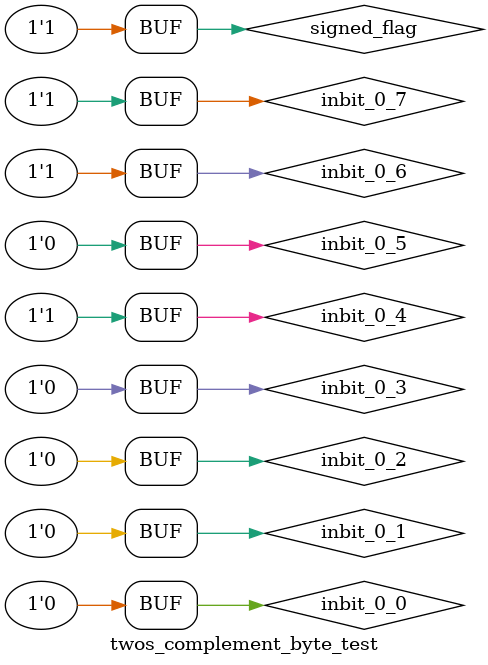
<source format=v>

module twos_complement_byte_test;

	// Inputs
	reg signed_flag;
	reg inbit_0_0;
	reg inbit_0_1;
	reg inbit_0_2;
	reg inbit_0_3;
	reg inbit_0_4;
	reg inbit_0_5;
	reg inbit_0_6;
	reg inbit_0_7;
	// reg inbit_1_0;
	// reg inbit_1_1;
	// reg inbit_1_2;
	// reg inbit_1_3;
	// reg inbit_1_4;
	// reg inbit_1_5;
	// reg inbit_1_6;
	// reg inbit_1_7;

	// Outputs
	wire outbit_0_0;
	wire outbit_0_1;
	wire outbit_0_2;
	wire outbit_0_3;
	wire outbit_0_4;
	wire outbit_0_5;
	wire outbit_0_6;
	wire outbit_0_7;
	wire carry_out;


	// Instantiate the Unit Under Test (UUT)
	twos_complement_byte uut (
		.signed_flag(signed_flag), 
		.inbit_0_0(inbit_0_0), 
		.inbit_0_1(inbit_0_1), 
		.inbit_0_2(inbit_0_2), 
		.inbit_0_3(inbit_0_3), 
		.inbit_0_4(inbit_0_4), 
		.inbit_0_5(inbit_0_5), 
		.inbit_0_6(inbit_0_6), 
		.inbit_0_7(inbit_0_7), 
		// .inbit_1_0(inbit_1_0), 
		// .inbit_1_1(inbit_1_1), 
		// .inbit_1_2(inbit_1_2), 
		// .inbit_1_3(inbit_1_3), 
		// .inbit_1_4(inbit_1_4), 
		// .inbit_1_5(inbit_1_5), 
		// .inbit_1_6(inbit_1_6), 
		// .inbit_1_7(inbit_1_7), 
		.outbit_0_0(outbit_0_0),
		.outbit_0_1(outbit_0_1),
		.outbit_0_2(outbit_0_2),
		.outbit_0_3(outbit_0_3),
		.outbit_0_4(outbit_0_4),
		.outbit_0_5(outbit_0_5),
		.outbit_0_6(outbit_0_6),
		.outbit_0_7(outbit_0_7),
		.carry_out(carry_out)
	);

	initial begin
		// Initialize Inputs
		signed_flag = 1;
	    inbit_0_0 = 0;
	    inbit_0_1 = 0;
	    inbit_0_2 = 0;
	    inbit_0_3 = 0;
	    inbit_0_4 = 0;
	    inbit_0_5 = 0;
	    inbit_0_6 = 0;
	    inbit_0_7 = 0;
	    // inbit_1_0 = 0;
	    // inbit_1_1 = 0;
	    // inbit_1_2 = 0;
	    // inbit_1_3 = 0;
	    // inbit_1_4 = 0;
	    // inbit_1_5 = 0;
	    // inbit_1_6 = 0;
	    // inbit_1_7 = 0;

		// Wait 100 ns for global reset to finish
		#100;
        
		// Add stimulus here: 100 INPUTS

	    inbit_0_0 = 0;
	    inbit_0_1 = 0;
	    inbit_0_2 = 0;
	    inbit_0_3 = 0;
	    inbit_0_4 = 0;
	    inbit_0_5 = 0;
	    inbit_0_6 = 0;
	    inbit_0_7 = 1;
	    // inbit_1_0 = ;
	    // inbit_1_1 = ;
	    // inbit_1_2 = ;
	    // inbit_1_3 = ;
	    // inbit_1_4 = ;
	    // inbit_1_5 = ;
	    // inbit_1_6 = ;
	    // inbit_1_7 = ;
        #100;


	    inbit_0_0 = 1;
	    inbit_0_1 = 1;
	    inbit_0_2 = 0;
	    inbit_0_3 = 0;
	    inbit_0_4 = 1;
	    inbit_0_5 = 0;
	    inbit_0_6 = 1;
	    inbit_0_7 = 0;
	    // inbit_1_0 = ;
	    // inbit_1_1 = ;
	    // inbit_1_2 = ;
	    // inbit_1_3 = ;
	    // inbit_1_4 = ;
	    // inbit_1_5 = ;
	    // inbit_1_6 = ;
	    // inbit_1_7 = ;
        #100;


	    inbit_0_0 = 0;
	    inbit_0_1 = 0;
	    inbit_0_2 = 0;
	    inbit_0_3 = 0;
	    inbit_0_4 = 0;
	    inbit_0_5 = 0;
	    inbit_0_6 = 0;
	    inbit_0_7 = 1;
	    // inbit_1_0 = ;
	    // inbit_1_1 = ;
	    // inbit_1_2 = ;
	    // inbit_1_3 = ;
	    // inbit_1_4 = ;
	    // inbit_1_5 = ;
	    // inbit_1_6 = ;
	    // inbit_1_7 = ;
        #100;


	    inbit_0_0 = 0;
	    inbit_0_1 = 1;
	    inbit_0_2 = 0;
	    inbit_0_3 = 0;
	    inbit_0_4 = 0;
	    inbit_0_5 = 0;
	    inbit_0_6 = 0;
	    inbit_0_7 = 0;
	    // inbit_1_0 = ;
	    // inbit_1_1 = ;
	    // inbit_1_2 = ;
	    // inbit_1_3 = ;
	    // inbit_1_4 = ;
	    // inbit_1_5 = ;
	    // inbit_1_6 = ;
	    // inbit_1_7 = ;
        #100;


	    inbit_0_0 = 1;
	    inbit_0_1 = 0;
	    inbit_0_2 = 1;
	    inbit_0_3 = 1;
	    inbit_0_4 = 1;
	    inbit_0_5 = 0;
	    inbit_0_6 = 1;
	    inbit_0_7 = 0;
	    // inbit_1_0 = ;
	    // inbit_1_1 = ;
	    // inbit_1_2 = ;
	    // inbit_1_3 = ;
	    // inbit_1_4 = ;
	    // inbit_1_5 = ;
	    // inbit_1_6 = ;
	    // inbit_1_7 = ;
        #100;


	    inbit_0_0 = 1;
	    inbit_0_1 = 0;
	    inbit_0_2 = 1;
	    inbit_0_3 = 1;
	    inbit_0_4 = 1;
	    inbit_0_5 = 0;
	    inbit_0_6 = 1;
	    inbit_0_7 = 1;
	    // inbit_1_0 = ;
	    // inbit_1_1 = ;
	    // inbit_1_2 = ;
	    // inbit_1_3 = ;
	    // inbit_1_4 = ;
	    // inbit_1_5 = ;
	    // inbit_1_6 = ;
	    // inbit_1_7 = ;
        #100;


	    inbit_0_0 = 0;
	    inbit_0_1 = 0;
	    inbit_0_2 = 0;
	    inbit_0_3 = 1;
	    inbit_0_4 = 1;
	    inbit_0_5 = 0;
	    inbit_0_6 = 1;
	    inbit_0_7 = 1;
	    // inbit_1_0 = ;
	    // inbit_1_1 = ;
	    // inbit_1_2 = ;
	    // inbit_1_3 = ;
	    // inbit_1_4 = ;
	    // inbit_1_5 = ;
	    // inbit_1_6 = ;
	    // inbit_1_7 = ;
        #100;


	    inbit_0_0 = 1;
	    inbit_0_1 = 1;
	    inbit_0_2 = 0;
	    inbit_0_3 = 1;
	    inbit_0_4 = 0;
	    inbit_0_5 = 0;
	    inbit_0_6 = 1;
	    inbit_0_7 = 0;
	    // inbit_1_0 = ;
	    // inbit_1_1 = ;
	    // inbit_1_2 = ;
	    // inbit_1_3 = ;
	    // inbit_1_4 = ;
	    // inbit_1_5 = ;
	    // inbit_1_6 = ;
	    // inbit_1_7 = ;
        #100;


	    inbit_0_0 = 0;
	    inbit_0_1 = 1;
	    inbit_0_2 = 0;
	    inbit_0_3 = 0;
	    inbit_0_4 = 0;
	    inbit_0_5 = 0;
	    inbit_0_6 = 1;
	    inbit_0_7 = 1;
	    // inbit_1_0 = ;
	    // inbit_1_1 = ;
	    // inbit_1_2 = ;
	    // inbit_1_3 = ;
	    // inbit_1_4 = ;
	    // inbit_1_5 = ;
	    // inbit_1_6 = ;
	    // inbit_1_7 = ;
        #100;


	    inbit_0_0 = 1;
	    inbit_0_1 = 0;
	    inbit_0_2 = 0;
	    inbit_0_3 = 0;
	    inbit_0_4 = 0;
	    inbit_0_5 = 0;
	    inbit_0_6 = 1;
	    inbit_0_7 = 0;
	    // inbit_1_0 = ;
	    // inbit_1_1 = ;
	    // inbit_1_2 = ;
	    // inbit_1_3 = ;
	    // inbit_1_4 = ;
	    // inbit_1_5 = ;
	    // inbit_1_6 = ;
	    // inbit_1_7 = ;
        #100;


	    inbit_0_0 = 0;
	    inbit_0_1 = 0;
	    inbit_0_2 = 1;
	    inbit_0_3 = 0;
	    inbit_0_4 = 0;
	    inbit_0_5 = 1;
	    inbit_0_6 = 1;
	    inbit_0_7 = 0;
	    // inbit_1_0 = ;
	    // inbit_1_1 = ;
	    // inbit_1_2 = ;
	    // inbit_1_3 = ;
	    // inbit_1_4 = ;
	    // inbit_1_5 = ;
	    // inbit_1_6 = ;
	    // inbit_1_7 = ;
        #100;


	    inbit_0_0 = 1;
	    inbit_0_1 = 0;
	    inbit_0_2 = 0;
	    inbit_0_3 = 0;
	    inbit_0_4 = 0;
	    inbit_0_5 = 1;
	    inbit_0_6 = 1;
	    inbit_0_7 = 1;
	    // inbit_1_0 = ;
	    // inbit_1_1 = ;
	    // inbit_1_2 = ;
	    // inbit_1_3 = ;
	    // inbit_1_4 = ;
	    // inbit_1_5 = ;
	    // inbit_1_6 = ;
	    // inbit_1_7 = ;
        #100;


	    inbit_0_0 = 1;
	    inbit_0_1 = 0;
	    inbit_0_2 = 1;
	    inbit_0_3 = 0;
	    inbit_0_4 = 0;
	    inbit_0_5 = 0;
	    inbit_0_6 = 1;
	    inbit_0_7 = 1;
	    // inbit_1_0 = ;
	    // inbit_1_1 = ;
	    // inbit_1_2 = ;
	    // inbit_1_3 = ;
	    // inbit_1_4 = ;
	    // inbit_1_5 = ;
	    // inbit_1_6 = ;
	    // inbit_1_7 = ;
        #100;


	    inbit_0_0 = 1;
	    inbit_0_1 = 1;
	    inbit_0_2 = 0;
	    inbit_0_3 = 1;
	    inbit_0_4 = 0;
	    inbit_0_5 = 1;
	    inbit_0_6 = 0;
	    inbit_0_7 = 1;
	    // inbit_1_0 = ;
	    // inbit_1_1 = ;
	    // inbit_1_2 = ;
	    // inbit_1_3 = ;
	    // inbit_1_4 = ;
	    // inbit_1_5 = ;
	    // inbit_1_6 = ;
	    // inbit_1_7 = ;
        #100;


	    inbit_0_0 = 0;
	    inbit_0_1 = 1;
	    inbit_0_2 = 1;
	    inbit_0_3 = 0;
	    inbit_0_4 = 1;
	    inbit_0_5 = 0;
	    inbit_0_6 = 1;
	    inbit_0_7 = 1;
	    // inbit_1_0 = ;
	    // inbit_1_1 = ;
	    // inbit_1_2 = ;
	    // inbit_1_3 = ;
	    // inbit_1_4 = ;
	    // inbit_1_5 = ;
	    // inbit_1_6 = ;
	    // inbit_1_7 = ;
        #100;


	    inbit_0_0 = 0;
	    inbit_0_1 = 0;
	    inbit_0_2 = 1;
	    inbit_0_3 = 1;
	    inbit_0_4 = 0;
	    inbit_0_5 = 0;
	    inbit_0_6 = 0;
	    inbit_0_7 = 0;
	    // inbit_1_0 = ;
	    // inbit_1_1 = ;
	    // inbit_1_2 = ;
	    // inbit_1_3 = ;
	    // inbit_1_4 = ;
	    // inbit_1_5 = ;
	    // inbit_1_6 = ;
	    // inbit_1_7 = ;
        #100;


	    inbit_0_0 = 1;
	    inbit_0_1 = 0;
	    inbit_0_2 = 1;
	    inbit_0_3 = 0;
	    inbit_0_4 = 1;
	    inbit_0_5 = 1;
	    inbit_0_6 = 1;
	    inbit_0_7 = 1;
	    // inbit_1_0 = ;
	    // inbit_1_1 = ;
	    // inbit_1_2 = ;
	    // inbit_1_3 = ;
	    // inbit_1_4 = ;
	    // inbit_1_5 = ;
	    // inbit_1_6 = ;
	    // inbit_1_7 = ;
        #100;


	    inbit_0_0 = 1;
	    inbit_0_1 = 1;
	    inbit_0_2 = 1;
	    inbit_0_3 = 0;
	    inbit_0_4 = 1;
	    inbit_0_5 = 1;
	    inbit_0_6 = 1;
	    inbit_0_7 = 1;
	    // inbit_1_0 = ;
	    // inbit_1_1 = ;
	    // inbit_1_2 = ;
	    // inbit_1_3 = ;
	    // inbit_1_4 = ;
	    // inbit_1_5 = ;
	    // inbit_1_6 = ;
	    // inbit_1_7 = ;
        #100;


	    inbit_0_0 = 1;
	    inbit_0_1 = 0;
	    inbit_0_2 = 1;
	    inbit_0_3 = 0;
	    inbit_0_4 = 0;
	    inbit_0_5 = 0;
	    inbit_0_6 = 1;
	    inbit_0_7 = 1;
	    // inbit_1_0 = ;
	    // inbit_1_1 = ;
	    // inbit_1_2 = ;
	    // inbit_1_3 = ;
	    // inbit_1_4 = ;
	    // inbit_1_5 = ;
	    // inbit_1_6 = ;
	    // inbit_1_7 = ;
        #100;


	    inbit_0_0 = 0;
	    inbit_0_1 = 1;
	    inbit_0_2 = 0;
	    inbit_0_3 = 1;
	    inbit_0_4 = 0;
	    inbit_0_5 = 0;
	    inbit_0_6 = 1;
	    inbit_0_7 = 1;
	    // inbit_1_0 = ;
	    // inbit_1_1 = ;
	    // inbit_1_2 = ;
	    // inbit_1_3 = ;
	    // inbit_1_4 = ;
	    // inbit_1_5 = ;
	    // inbit_1_6 = ;
	    // inbit_1_7 = ;
        #100;


	    inbit_0_0 = 0;
	    inbit_0_1 = 1;
	    inbit_0_2 = 0;
	    inbit_0_3 = 1;
	    inbit_0_4 = 1;
	    inbit_0_5 = 1;
	    inbit_0_6 = 1;
	    inbit_0_7 = 0;
	    // inbit_1_0 = ;
	    // inbit_1_1 = ;
	    // inbit_1_2 = ;
	    // inbit_1_3 = ;
	    // inbit_1_4 = ;
	    // inbit_1_5 = ;
	    // inbit_1_6 = ;
	    // inbit_1_7 = ;
        #100;


	    inbit_0_0 = 1;
	    inbit_0_1 = 0;
	    inbit_0_2 = 1;
	    inbit_0_3 = 1;
	    inbit_0_4 = 1;
	    inbit_0_5 = 1;
	    inbit_0_6 = 1;
	    inbit_0_7 = 0;
	    // inbit_1_0 = ;
	    // inbit_1_1 = ;
	    // inbit_1_2 = ;
	    // inbit_1_3 = ;
	    // inbit_1_4 = ;
	    // inbit_1_5 = ;
	    // inbit_1_6 = ;
	    // inbit_1_7 = ;
        #100;


	    inbit_0_0 = 0;
	    inbit_0_1 = 0;
	    inbit_0_2 = 0;
	    inbit_0_3 = 0;
	    inbit_0_4 = 0;
	    inbit_0_5 = 0;
	    inbit_0_6 = 1;
	    inbit_0_7 = 0;
	    // inbit_1_0 = ;
	    // inbit_1_1 = ;
	    // inbit_1_2 = ;
	    // inbit_1_3 = ;
	    // inbit_1_4 = ;
	    // inbit_1_5 = ;
	    // inbit_1_6 = ;
	    // inbit_1_7 = ;
        #100;


	    inbit_0_0 = 1;
	    inbit_0_1 = 0;
	    inbit_0_2 = 1;
	    inbit_0_3 = 0;
	    inbit_0_4 = 0;
	    inbit_0_5 = 1;
	    inbit_0_6 = 1;
	    inbit_0_7 = 0;
	    // inbit_1_0 = ;
	    // inbit_1_1 = ;
	    // inbit_1_2 = ;
	    // inbit_1_3 = ;
	    // inbit_1_4 = ;
	    // inbit_1_5 = ;
	    // inbit_1_6 = ;
	    // inbit_1_7 = ;
        #100;


	    inbit_0_0 = 1;
	    inbit_0_1 = 1;
	    inbit_0_2 = 1;
	    inbit_0_3 = 0;
	    inbit_0_4 = 0;
	    inbit_0_5 = 0;
	    inbit_0_6 = 0;
	    inbit_0_7 = 0;
	    // inbit_1_0 = ;
	    // inbit_1_1 = ;
	    // inbit_1_2 = ;
	    // inbit_1_3 = ;
	    // inbit_1_4 = ;
	    // inbit_1_5 = ;
	    // inbit_1_6 = ;
	    // inbit_1_7 = ;
        #100;


	    inbit_0_0 = 1;
	    inbit_0_1 = 0;
	    inbit_0_2 = 1;
	    inbit_0_3 = 1;
	    inbit_0_4 = 0;
	    inbit_0_5 = 0;
	    inbit_0_6 = 0;
	    inbit_0_7 = 0;
	    // inbit_1_0 = ;
	    // inbit_1_1 = ;
	    // inbit_1_2 = ;
	    // inbit_1_3 = ;
	    // inbit_1_4 = ;
	    // inbit_1_5 = ;
	    // inbit_1_6 = ;
	    // inbit_1_7 = ;
        #100;


	    inbit_0_0 = 0;
	    inbit_0_1 = 0;
	    inbit_0_2 = 0;
	    inbit_0_3 = 1;
	    inbit_0_4 = 0;
	    inbit_0_5 = 0;
	    inbit_0_6 = 0;
	    inbit_0_7 = 0;
	    // inbit_1_0 = ;
	    // inbit_1_1 = ;
	    // inbit_1_2 = ;
	    // inbit_1_3 = ;
	    // inbit_1_4 = ;
	    // inbit_1_5 = ;
	    // inbit_1_6 = ;
	    // inbit_1_7 = ;
        #100;


	    inbit_0_0 = 1;
	    inbit_0_1 = 1;
	    inbit_0_2 = 0;
	    inbit_0_3 = 1;
	    inbit_0_4 = 0;
	    inbit_0_5 = 0;
	    inbit_0_6 = 0;
	    inbit_0_7 = 1;
	    // inbit_1_0 = ;
	    // inbit_1_1 = ;
	    // inbit_1_2 = ;
	    // inbit_1_3 = ;
	    // inbit_1_4 = ;
	    // inbit_1_5 = ;
	    // inbit_1_6 = ;
	    // inbit_1_7 = ;
        #100;


	    inbit_0_0 = 1;
	    inbit_0_1 = 1;
	    inbit_0_2 = 1;
	    inbit_0_3 = 1;
	    inbit_0_4 = 1;
	    inbit_0_5 = 0;
	    inbit_0_6 = 1;
	    inbit_0_7 = 0;
	    // inbit_1_0 = ;
	    // inbit_1_1 = ;
	    // inbit_1_2 = ;
	    // inbit_1_3 = ;
	    // inbit_1_4 = ;
	    // inbit_1_5 = ;
	    // inbit_1_6 = ;
	    // inbit_1_7 = ;
        #100;


	    inbit_0_0 = 0;
	    inbit_0_1 = 1;
	    inbit_0_2 = 0;
	    inbit_0_3 = 0;
	    inbit_0_4 = 0;
	    inbit_0_5 = 0;
	    inbit_0_6 = 0;
	    inbit_0_7 = 1;
	    // inbit_1_0 = ;
	    // inbit_1_1 = ;
	    // inbit_1_2 = ;
	    // inbit_1_3 = ;
	    // inbit_1_4 = ;
	    // inbit_1_5 = ;
	    // inbit_1_6 = ;
	    // inbit_1_7 = ;
        #100;


	    inbit_0_0 = 0;
	    inbit_0_1 = 0;
	    inbit_0_2 = 0;
	    inbit_0_3 = 1;
	    inbit_0_4 = 1;
	    inbit_0_5 = 0;
	    inbit_0_6 = 1;
	    inbit_0_7 = 1;
	    // inbit_1_0 = ;
	    // inbit_1_1 = ;
	    // inbit_1_2 = ;
	    // inbit_1_3 = ;
	    // inbit_1_4 = ;
	    // inbit_1_5 = ;
	    // inbit_1_6 = ;
	    // inbit_1_7 = ;
        #100;


	    inbit_0_0 = 0;
	    inbit_0_1 = 0;
	    inbit_0_2 = 1;
	    inbit_0_3 = 1;
	    inbit_0_4 = 0;
	    inbit_0_5 = 1;
	    inbit_0_6 = 1;
	    inbit_0_7 = 0;
	    // inbit_1_0 = ;
	    // inbit_1_1 = ;
	    // inbit_1_2 = ;
	    // inbit_1_3 = ;
	    // inbit_1_4 = ;
	    // inbit_1_5 = ;
	    // inbit_1_6 = ;
	    // inbit_1_7 = ;
        #100;


	    inbit_0_0 = 1;
	    inbit_0_1 = 0;
	    inbit_0_2 = 1;
	    inbit_0_3 = 1;
	    inbit_0_4 = 0;
	    inbit_0_5 = 1;
	    inbit_0_6 = 0;
	    inbit_0_7 = 0;
	    // inbit_1_0 = ;
	    // inbit_1_1 = ;
	    // inbit_1_2 = ;
	    // inbit_1_3 = ;
	    // inbit_1_4 = ;
	    // inbit_1_5 = ;
	    // inbit_1_6 = ;
	    // inbit_1_7 = ;
        #100;


	    inbit_0_0 = 1;
	    inbit_0_1 = 0;
	    inbit_0_2 = 0;
	    inbit_0_3 = 0;
	    inbit_0_4 = 0;
	    inbit_0_5 = 0;
	    inbit_0_6 = 1;
	    inbit_0_7 = 1;
	    // inbit_1_0 = ;
	    // inbit_1_1 = ;
	    // inbit_1_2 = ;
	    // inbit_1_3 = ;
	    // inbit_1_4 = ;
	    // inbit_1_5 = ;
	    // inbit_1_6 = ;
	    // inbit_1_7 = ;
        #100;


	    inbit_0_0 = 0;
	    inbit_0_1 = 0;
	    inbit_0_2 = 0;
	    inbit_0_3 = 0;
	    inbit_0_4 = 0;
	    inbit_0_5 = 0;
	    inbit_0_6 = 0;
	    inbit_0_7 = 0;
	    // inbit_1_0 = ;
	    // inbit_1_1 = ;
	    // inbit_1_2 = ;
	    // inbit_1_3 = ;
	    // inbit_1_4 = ;
	    // inbit_1_5 = ;
	    // inbit_1_6 = ;
	    // inbit_1_7 = ;
        #100;


	    inbit_0_0 = 0;
	    inbit_0_1 = 1;
	    inbit_0_2 = 0;
	    inbit_0_3 = 0;
	    inbit_0_4 = 1;
	    inbit_0_5 = 0;
	    inbit_0_6 = 1;
	    inbit_0_7 = 1;
	    // inbit_1_0 = ;
	    // inbit_1_1 = ;
	    // inbit_1_2 = ;
	    // inbit_1_3 = ;
	    // inbit_1_4 = ;
	    // inbit_1_5 = ;
	    // inbit_1_6 = ;
	    // inbit_1_7 = ;
        #100;


	    inbit_0_0 = 1;
	    inbit_0_1 = 1;
	    inbit_0_2 = 1;
	    inbit_0_3 = 1;
	    inbit_0_4 = 1;
	    inbit_0_5 = 1;
	    inbit_0_6 = 1;
	    inbit_0_7 = 0;
	    // inbit_1_0 = ;
	    // inbit_1_1 = ;
	    // inbit_1_2 = ;
	    // inbit_1_3 = ;
	    // inbit_1_4 = ;
	    // inbit_1_5 = ;
	    // inbit_1_6 = ;
	    // inbit_1_7 = ;
        #100;


	    inbit_0_0 = 1;
	    inbit_0_1 = 1;
	    inbit_0_2 = 1;
	    inbit_0_3 = 1;
	    inbit_0_4 = 1;
	    inbit_0_5 = 0;
	    inbit_0_6 = 1;
	    inbit_0_7 = 1;
	    // inbit_1_0 = ;
	    // inbit_1_1 = ;
	    // inbit_1_2 = ;
	    // inbit_1_3 = ;
	    // inbit_1_4 = ;
	    // inbit_1_5 = ;
	    // inbit_1_6 = ;
	    // inbit_1_7 = ;
        #100;


	    inbit_0_0 = 1;
	    inbit_0_1 = 1;
	    inbit_0_2 = 1;
	    inbit_0_3 = 0;
	    inbit_0_4 = 1;
	    inbit_0_5 = 0;
	    inbit_0_6 = 0;
	    inbit_0_7 = 0;
	    // inbit_1_0 = ;
	    // inbit_1_1 = ;
	    // inbit_1_2 = ;
	    // inbit_1_3 = ;
	    // inbit_1_4 = ;
	    // inbit_1_5 = ;
	    // inbit_1_6 = ;
	    // inbit_1_7 = ;
        #100;


	    inbit_0_0 = 1;
	    inbit_0_1 = 1;
	    inbit_0_2 = 1;
	    inbit_0_3 = 1;
	    inbit_0_4 = 1;
	    inbit_0_5 = 0;
	    inbit_0_6 = 1;
	    inbit_0_7 = 1;
	    // inbit_1_0 = ;
	    // inbit_1_1 = ;
	    // inbit_1_2 = ;
	    // inbit_1_3 = ;
	    // inbit_1_4 = ;
	    // inbit_1_5 = ;
	    // inbit_1_6 = ;
	    // inbit_1_7 = ;
        #100;


	    inbit_0_0 = 0;
	    inbit_0_1 = 0;
	    inbit_0_2 = 0;
	    inbit_0_3 = 1;
	    inbit_0_4 = 0;
	    inbit_0_5 = 0;
	    inbit_0_6 = 1;
	    inbit_0_7 = 0;
	    // inbit_1_0 = ;
	    // inbit_1_1 = ;
	    // inbit_1_2 = ;
	    // inbit_1_3 = ;
	    // inbit_1_4 = ;
	    // inbit_1_5 = ;
	    // inbit_1_6 = ;
	    // inbit_1_7 = ;
        #100;


	    inbit_0_0 = 0;
	    inbit_0_1 = 1;
	    inbit_0_2 = 1;
	    inbit_0_3 = 1;
	    inbit_0_4 = 1;
	    inbit_0_5 = 0;
	    inbit_0_6 = 1;
	    inbit_0_7 = 1;
	    // inbit_1_0 = ;
	    // inbit_1_1 = ;
	    // inbit_1_2 = ;
	    // inbit_1_3 = ;
	    // inbit_1_4 = ;
	    // inbit_1_5 = ;
	    // inbit_1_6 = ;
	    // inbit_1_7 = ;
        #100;


	    inbit_0_0 = 1;
	    inbit_0_1 = 0;
	    inbit_0_2 = 0;
	    inbit_0_3 = 1;
	    inbit_0_4 = 1;
	    inbit_0_5 = 1;
	    inbit_0_6 = 1;
	    inbit_0_7 = 0;
	    // inbit_1_0 = ;
	    // inbit_1_1 = ;
	    // inbit_1_2 = ;
	    // inbit_1_3 = ;
	    // inbit_1_4 = ;
	    // inbit_1_5 = ;
	    // inbit_1_6 = ;
	    // inbit_1_7 = ;
        #100;


	    inbit_0_0 = 0;
	    inbit_0_1 = 0;
	    inbit_0_2 = 0;
	    inbit_0_3 = 1;
	    inbit_0_4 = 1;
	    inbit_0_5 = 1;
	    inbit_0_6 = 1;
	    inbit_0_7 = 1;
	    // inbit_1_0 = ;
	    // inbit_1_1 = ;
	    // inbit_1_2 = ;
	    // inbit_1_3 = ;
	    // inbit_1_4 = ;
	    // inbit_1_5 = ;
	    // inbit_1_6 = ;
	    // inbit_1_7 = ;
        #100;


	    inbit_0_0 = 0;
	    inbit_0_1 = 1;
	    inbit_0_2 = 0;
	    inbit_0_3 = 0;
	    inbit_0_4 = 1;
	    inbit_0_5 = 0;
	    inbit_0_6 = 1;
	    inbit_0_7 = 1;
	    // inbit_1_0 = ;
	    // inbit_1_1 = ;
	    // inbit_1_2 = ;
	    // inbit_1_3 = ;
	    // inbit_1_4 = ;
	    // inbit_1_5 = ;
	    // inbit_1_6 = ;
	    // inbit_1_7 = ;
        #100;


	    inbit_0_0 = 0;
	    inbit_0_1 = 0;
	    inbit_0_2 = 0;
	    inbit_0_3 = 1;
	    inbit_0_4 = 1;
	    inbit_0_5 = 1;
	    inbit_0_6 = 1;
	    inbit_0_7 = 1;
	    // inbit_1_0 = ;
	    // inbit_1_1 = ;
	    // inbit_1_2 = ;
	    // inbit_1_3 = ;
	    // inbit_1_4 = ;
	    // inbit_1_5 = ;
	    // inbit_1_6 = ;
	    // inbit_1_7 = ;
        #100;


	    inbit_0_0 = 0;
	    inbit_0_1 = 0;
	    inbit_0_2 = 0;
	    inbit_0_3 = 1;
	    inbit_0_4 = 1;
	    inbit_0_5 = 1;
	    inbit_0_6 = 1;
	    inbit_0_7 = 1;
	    // inbit_1_0 = ;
	    // inbit_1_1 = ;
	    // inbit_1_2 = ;
	    // inbit_1_3 = ;
	    // inbit_1_4 = ;
	    // inbit_1_5 = ;
	    // inbit_1_6 = ;
	    // inbit_1_7 = ;
        #100;


	    inbit_0_0 = 1;
	    inbit_0_1 = 0;
	    inbit_0_2 = 1;
	    inbit_0_3 = 1;
	    inbit_0_4 = 1;
	    inbit_0_5 = 1;
	    inbit_0_6 = 1;
	    inbit_0_7 = 0;
	    // inbit_1_0 = ;
	    // inbit_1_1 = ;
	    // inbit_1_2 = ;
	    // inbit_1_3 = ;
	    // inbit_1_4 = ;
	    // inbit_1_5 = ;
	    // inbit_1_6 = ;
	    // inbit_1_7 = ;
        #100;


	    inbit_0_0 = 0;
	    inbit_0_1 = 0;
	    inbit_0_2 = 0;
	    inbit_0_3 = 1;
	    inbit_0_4 = 0;
	    inbit_0_5 = 1;
	    inbit_0_6 = 1;
	    inbit_0_7 = 1;
	    // inbit_1_0 = ;
	    // inbit_1_1 = ;
	    // inbit_1_2 = ;
	    // inbit_1_3 = ;
	    // inbit_1_4 = ;
	    // inbit_1_5 = ;
	    // inbit_1_6 = ;
	    // inbit_1_7 = ;
        #100;


	    inbit_0_0 = 0;
	    inbit_0_1 = 1;
	    inbit_0_2 = 1;
	    inbit_0_3 = 0;
	    inbit_0_4 = 0;
	    inbit_0_5 = 0;
	    inbit_0_6 = 1;
	    inbit_0_7 = 1;
	    // inbit_1_0 = ;
	    // inbit_1_1 = ;
	    // inbit_1_2 = ;
	    // inbit_1_3 = ;
	    // inbit_1_4 = ;
	    // inbit_1_5 = ;
	    // inbit_1_6 = ;
	    // inbit_1_7 = ;
        #100;


	    inbit_0_0 = 0;
	    inbit_0_1 = 1;
	    inbit_0_2 = 0;
	    inbit_0_3 = 1;
	    inbit_0_4 = 0;
	    inbit_0_5 = 0;
	    inbit_0_6 = 1;
	    inbit_0_7 = 1;
	    // inbit_1_0 = ;
	    // inbit_1_1 = ;
	    // inbit_1_2 = ;
	    // inbit_1_3 = ;
	    // inbit_1_4 = ;
	    // inbit_1_5 = ;
	    // inbit_1_6 = ;
	    // inbit_1_7 = ;
        #100;


	    inbit_0_0 = 0;
	    inbit_0_1 = 1;
	    inbit_0_2 = 1;
	    inbit_0_3 = 0;
	    inbit_0_4 = 1;
	    inbit_0_5 = 1;
	    inbit_0_6 = 0;
	    inbit_0_7 = 0;
	    // inbit_1_0 = ;
	    // inbit_1_1 = ;
	    // inbit_1_2 = ;
	    // inbit_1_3 = ;
	    // inbit_1_4 = ;
	    // inbit_1_5 = ;
	    // inbit_1_6 = ;
	    // inbit_1_7 = ;
        #100;


	    inbit_0_0 = 0;
	    inbit_0_1 = 0;
	    inbit_0_2 = 0;
	    inbit_0_3 = 0;
	    inbit_0_4 = 1;
	    inbit_0_5 = 0;
	    inbit_0_6 = 0;
	    inbit_0_7 = 0;
	    // inbit_1_0 = ;
	    // inbit_1_1 = ;
	    // inbit_1_2 = ;
	    // inbit_1_3 = ;
	    // inbit_1_4 = ;
	    // inbit_1_5 = ;
	    // inbit_1_6 = ;
	    // inbit_1_7 = ;
        #100;


	    inbit_0_0 = 1;
	    inbit_0_1 = 1;
	    inbit_0_2 = 0;
	    inbit_0_3 = 0;
	    inbit_0_4 = 1;
	    inbit_0_5 = 0;
	    inbit_0_6 = 0;
	    inbit_0_7 = 1;
	    // inbit_1_0 = ;
	    // inbit_1_1 = ;
	    // inbit_1_2 = ;
	    // inbit_1_3 = ;
	    // inbit_1_4 = ;
	    // inbit_1_5 = ;
	    // inbit_1_6 = ;
	    // inbit_1_7 = ;
        #100;


	    inbit_0_0 = 0;
	    inbit_0_1 = 1;
	    inbit_0_2 = 0;
	    inbit_0_3 = 1;
	    inbit_0_4 = 0;
	    inbit_0_5 = 0;
	    inbit_0_6 = 0;
	    inbit_0_7 = 1;
	    // inbit_1_0 = ;
	    // inbit_1_1 = ;
	    // inbit_1_2 = ;
	    // inbit_1_3 = ;
	    // inbit_1_4 = ;
	    // inbit_1_5 = ;
	    // inbit_1_6 = ;
	    // inbit_1_7 = ;
        #100;


	    inbit_0_0 = 1;
	    inbit_0_1 = 1;
	    inbit_0_2 = 0;
	    inbit_0_3 = 1;
	    inbit_0_4 = 1;
	    inbit_0_5 = 0;
	    inbit_0_6 = 1;
	    inbit_0_7 = 0;
	    // inbit_1_0 = ;
	    // inbit_1_1 = ;
	    // inbit_1_2 = ;
	    // inbit_1_3 = ;
	    // inbit_1_4 = ;
	    // inbit_1_5 = ;
	    // inbit_1_6 = ;
	    // inbit_1_7 = ;
        #100;


	    inbit_0_0 = 1;
	    inbit_0_1 = 1;
	    inbit_0_2 = 0;
	    inbit_0_3 = 0;
	    inbit_0_4 = 0;
	    inbit_0_5 = 0;
	    inbit_0_6 = 1;
	    inbit_0_7 = 0;
	    // inbit_1_0 = ;
	    // inbit_1_1 = ;
	    // inbit_1_2 = ;
	    // inbit_1_3 = ;
	    // inbit_1_4 = ;
	    // inbit_1_5 = ;
	    // inbit_1_6 = ;
	    // inbit_1_7 = ;
        #100;


	    inbit_0_0 = 1;
	    inbit_0_1 = 0;
	    inbit_0_2 = 1;
	    inbit_0_3 = 1;
	    inbit_0_4 = 1;
	    inbit_0_5 = 1;
	    inbit_0_6 = 1;
	    inbit_0_7 = 0;
	    // inbit_1_0 = ;
	    // inbit_1_1 = ;
	    // inbit_1_2 = ;
	    // inbit_1_3 = ;
	    // inbit_1_4 = ;
	    // inbit_1_5 = ;
	    // inbit_1_6 = ;
	    // inbit_1_7 = ;
        #100;


	    inbit_0_0 = 1;
	    inbit_0_1 = 0;
	    inbit_0_2 = 1;
	    inbit_0_3 = 1;
	    inbit_0_4 = 0;
	    inbit_0_5 = 0;
	    inbit_0_6 = 1;
	    inbit_0_7 = 1;
	    // inbit_1_0 = ;
	    // inbit_1_1 = ;
	    // inbit_1_2 = ;
	    // inbit_1_3 = ;
	    // inbit_1_4 = ;
	    // inbit_1_5 = ;
	    // inbit_1_6 = ;
	    // inbit_1_7 = ;
        #100;


	    inbit_0_0 = 1;
	    inbit_0_1 = 0;
	    inbit_0_2 = 0;
	    inbit_0_3 = 0;
	    inbit_0_4 = 0;
	    inbit_0_5 = 1;
	    inbit_0_6 = 1;
	    inbit_0_7 = 1;
	    // inbit_1_0 = ;
	    // inbit_1_1 = ;
	    // inbit_1_2 = ;
	    // inbit_1_3 = ;
	    // inbit_1_4 = ;
	    // inbit_1_5 = ;
	    // inbit_1_6 = ;
	    // inbit_1_7 = ;
        #100;


	    inbit_0_0 = 1;
	    inbit_0_1 = 1;
	    inbit_0_2 = 0;
	    inbit_0_3 = 0;
	    inbit_0_4 = 0;
	    inbit_0_5 = 1;
	    inbit_0_6 = 1;
	    inbit_0_7 = 1;
	    // inbit_1_0 = ;
	    // inbit_1_1 = ;
	    // inbit_1_2 = ;
	    // inbit_1_3 = ;
	    // inbit_1_4 = ;
	    // inbit_1_5 = ;
	    // inbit_1_6 = ;
	    // inbit_1_7 = ;
        #100;


	    inbit_0_0 = 0;
	    inbit_0_1 = 1;
	    inbit_0_2 = 0;
	    inbit_0_3 = 1;
	    inbit_0_4 = 1;
	    inbit_0_5 = 1;
	    inbit_0_6 = 0;
	    inbit_0_7 = 1;
	    // inbit_1_0 = ;
	    // inbit_1_1 = ;
	    // inbit_1_2 = ;
	    // inbit_1_3 = ;
	    // inbit_1_4 = ;
	    // inbit_1_5 = ;
	    // inbit_1_6 = ;
	    // inbit_1_7 = ;
        #100;


	    inbit_0_0 = 0;
	    inbit_0_1 = 1;
	    inbit_0_2 = 1;
	    inbit_0_3 = 0;
	    inbit_0_4 = 0;
	    inbit_0_5 = 0;
	    inbit_0_6 = 1;
	    inbit_0_7 = 0;
	    // inbit_1_0 = ;
	    // inbit_1_1 = ;
	    // inbit_1_2 = ;
	    // inbit_1_3 = ;
	    // inbit_1_4 = ;
	    // inbit_1_5 = ;
	    // inbit_1_6 = ;
	    // inbit_1_7 = ;
        #100;


	    inbit_0_0 = 1;
	    inbit_0_1 = 1;
	    inbit_0_2 = 1;
	    inbit_0_3 = 1;
	    inbit_0_4 = 1;
	    inbit_0_5 = 1;
	    inbit_0_6 = 0;
	    inbit_0_7 = 1;
	    // inbit_1_0 = ;
	    // inbit_1_1 = ;
	    // inbit_1_2 = ;
	    // inbit_1_3 = ;
	    // inbit_1_4 = ;
	    // inbit_1_5 = ;
	    // inbit_1_6 = ;
	    // inbit_1_7 = ;
        #100;


	    inbit_0_0 = 0;
	    inbit_0_1 = 1;
	    inbit_0_2 = 1;
	    inbit_0_3 = 1;
	    inbit_0_4 = 0;
	    inbit_0_5 = 1;
	    inbit_0_6 = 0;
	    inbit_0_7 = 0;
	    // inbit_1_0 = ;
	    // inbit_1_1 = ;
	    // inbit_1_2 = ;
	    // inbit_1_3 = ;
	    // inbit_1_4 = ;
	    // inbit_1_5 = ;
	    // inbit_1_6 = ;
	    // inbit_1_7 = ;
        #100;


	    inbit_0_0 = 1;
	    inbit_0_1 = 0;
	    inbit_0_2 = 1;
	    inbit_0_3 = 1;
	    inbit_0_4 = 1;
	    inbit_0_5 = 0;
	    inbit_0_6 = 0;
	    inbit_0_7 = 1;
	    // inbit_1_0 = ;
	    // inbit_1_1 = ;
	    // inbit_1_2 = ;
	    // inbit_1_3 = ;
	    // inbit_1_4 = ;
	    // inbit_1_5 = ;
	    // inbit_1_6 = ;
	    // inbit_1_7 = ;
        #100;


	    inbit_0_0 = 1;
	    inbit_0_1 = 1;
	    inbit_0_2 = 0;
	    inbit_0_3 = 1;
	    inbit_0_4 = 0;
	    inbit_0_5 = 1;
	    inbit_0_6 = 0;
	    inbit_0_7 = 0;
	    // inbit_1_0 = ;
	    // inbit_1_1 = ;
	    // inbit_1_2 = ;
	    // inbit_1_3 = ;
	    // inbit_1_4 = ;
	    // inbit_1_5 = ;
	    // inbit_1_6 = ;
	    // inbit_1_7 = ;
        #100;


	    inbit_0_0 = 1;
	    inbit_0_1 = 0;
	    inbit_0_2 = 0;
	    inbit_0_3 = 1;
	    inbit_0_4 = 0;
	    inbit_0_5 = 0;
	    inbit_0_6 = 0;
	    inbit_0_7 = 1;
	    // inbit_1_0 = ;
	    // inbit_1_1 = ;
	    // inbit_1_2 = ;
	    // inbit_1_3 = ;
	    // inbit_1_4 = ;
	    // inbit_1_5 = ;
	    // inbit_1_6 = ;
	    // inbit_1_7 = ;
        #100;


	    inbit_0_0 = 1;
	    inbit_0_1 = 0;
	    inbit_0_2 = 0;
	    inbit_0_3 = 0;
	    inbit_0_4 = 1;
	    inbit_0_5 = 1;
	    inbit_0_6 = 0;
	    inbit_0_7 = 0;
	    // inbit_1_0 = ;
	    // inbit_1_1 = ;
	    // inbit_1_2 = ;
	    // inbit_1_3 = ;
	    // inbit_1_4 = ;
	    // inbit_1_5 = ;
	    // inbit_1_6 = ;
	    // inbit_1_7 = ;
        #100;


	    inbit_0_0 = 1;
	    inbit_0_1 = 0;
	    inbit_0_2 = 0;
	    inbit_0_3 = 1;
	    inbit_0_4 = 0;
	    inbit_0_5 = 1;
	    inbit_0_6 = 0;
	    inbit_0_7 = 0;
	    // inbit_1_0 = ;
	    // inbit_1_1 = ;
	    // inbit_1_2 = ;
	    // inbit_1_3 = ;
	    // inbit_1_4 = ;
	    // inbit_1_5 = ;
	    // inbit_1_6 = ;
	    // inbit_1_7 = ;
        #100;


	    inbit_0_0 = 1;
	    inbit_0_1 = 0;
	    inbit_0_2 = 0;
	    inbit_0_3 = 0;
	    inbit_0_4 = 1;
	    inbit_0_5 = 1;
	    inbit_0_6 = 0;
	    inbit_0_7 = 0;
	    // inbit_1_0 = ;
	    // inbit_1_1 = ;
	    // inbit_1_2 = ;
	    // inbit_1_3 = ;
	    // inbit_1_4 = ;
	    // inbit_1_5 = ;
	    // inbit_1_6 = ;
	    // inbit_1_7 = ;
        #100;


	    inbit_0_0 = 1;
	    inbit_0_1 = 1;
	    inbit_0_2 = 0;
	    inbit_0_3 = 1;
	    inbit_0_4 = 1;
	    inbit_0_5 = 1;
	    inbit_0_6 = 1;
	    inbit_0_7 = 1;
	    // inbit_1_0 = ;
	    // inbit_1_1 = ;
	    // inbit_1_2 = ;
	    // inbit_1_3 = ;
	    // inbit_1_4 = ;
	    // inbit_1_5 = ;
	    // inbit_1_6 = ;
	    // inbit_1_7 = ;
        #100;


	    inbit_0_0 = 1;
	    inbit_0_1 = 1;
	    inbit_0_2 = 1;
	    inbit_0_3 = 1;
	    inbit_0_4 = 1;
	    inbit_0_5 = 0;
	    inbit_0_6 = 1;
	    inbit_0_7 = 1;
	    // inbit_1_0 = ;
	    // inbit_1_1 = ;
	    // inbit_1_2 = ;
	    // inbit_1_3 = ;
	    // inbit_1_4 = ;
	    // inbit_1_5 = ;
	    // inbit_1_6 = ;
	    // inbit_1_7 = ;
        #100;


	    inbit_0_0 = 1;
	    inbit_0_1 = 1;
	    inbit_0_2 = 0;
	    inbit_0_3 = 0;
	    inbit_0_4 = 0;
	    inbit_0_5 = 1;
	    inbit_0_6 = 1;
	    inbit_0_7 = 0;
	    // inbit_1_0 = ;
	    // inbit_1_1 = ;
	    // inbit_1_2 = ;
	    // inbit_1_3 = ;
	    // inbit_1_4 = ;
	    // inbit_1_5 = ;
	    // inbit_1_6 = ;
	    // inbit_1_7 = ;
        #100;


	    inbit_0_0 = 0;
	    inbit_0_1 = 0;
	    inbit_0_2 = 0;
	    inbit_0_3 = 1;
	    inbit_0_4 = 1;
	    inbit_0_5 = 1;
	    inbit_0_6 = 1;
	    inbit_0_7 = 1;
	    // inbit_1_0 = ;
	    // inbit_1_1 = ;
	    // inbit_1_2 = ;
	    // inbit_1_3 = ;
	    // inbit_1_4 = ;
	    // inbit_1_5 = ;
	    // inbit_1_6 = ;
	    // inbit_1_7 = ;
        #100;


	    inbit_0_0 = 1;
	    inbit_0_1 = 0;
	    inbit_0_2 = 1;
	    inbit_0_3 = 0;
	    inbit_0_4 = 1;
	    inbit_0_5 = 0;
	    inbit_0_6 = 1;
	    inbit_0_7 = 1;
	    // inbit_1_0 = ;
	    // inbit_1_1 = ;
	    // inbit_1_2 = ;
	    // inbit_1_3 = ;
	    // inbit_1_4 = ;
	    // inbit_1_5 = ;
	    // inbit_1_6 = ;
	    // inbit_1_7 = ;
        #100;


	    inbit_0_0 = 1;
	    inbit_0_1 = 1;
	    inbit_0_2 = 1;
	    inbit_0_3 = 1;
	    inbit_0_4 = 1;
	    inbit_0_5 = 1;
	    inbit_0_6 = 0;
	    inbit_0_7 = 0;
	    // inbit_1_0 = ;
	    // inbit_1_1 = ;
	    // inbit_1_2 = ;
	    // inbit_1_3 = ;
	    // inbit_1_4 = ;
	    // inbit_1_5 = ;
	    // inbit_1_6 = ;
	    // inbit_1_7 = ;
        #100;


	    inbit_0_0 = 1;
	    inbit_0_1 = 1;
	    inbit_0_2 = 1;
	    inbit_0_3 = 0;
	    inbit_0_4 = 0;
	    inbit_0_5 = 0;
	    inbit_0_6 = 1;
	    inbit_0_7 = 0;
	    // inbit_1_0 = ;
	    // inbit_1_1 = ;
	    // inbit_1_2 = ;
	    // inbit_1_3 = ;
	    // inbit_1_4 = ;
	    // inbit_1_5 = ;
	    // inbit_1_6 = ;
	    // inbit_1_7 = ;
        #100;


	    inbit_0_0 = 1;
	    inbit_0_1 = 0;
	    inbit_0_2 = 1;
	    inbit_0_3 = 1;
	    inbit_0_4 = 0;
	    inbit_0_5 = 0;
	    inbit_0_6 = 1;
	    inbit_0_7 = 0;
	    // inbit_1_0 = ;
	    // inbit_1_1 = ;
	    // inbit_1_2 = ;
	    // inbit_1_3 = ;
	    // inbit_1_4 = ;
	    // inbit_1_5 = ;
	    // inbit_1_6 = ;
	    // inbit_1_7 = ;
        #100;


	    inbit_0_0 = 1;
	    inbit_0_1 = 1;
	    inbit_0_2 = 1;
	    inbit_0_3 = 1;
	    inbit_0_4 = 1;
	    inbit_0_5 = 0;
	    inbit_0_6 = 1;
	    inbit_0_7 = 1;
	    // inbit_1_0 = ;
	    // inbit_1_1 = ;
	    // inbit_1_2 = ;
	    // inbit_1_3 = ;
	    // inbit_1_4 = ;
	    // inbit_1_5 = ;
	    // inbit_1_6 = ;
	    // inbit_1_7 = ;
        #100;


	    inbit_0_0 = 0;
	    inbit_0_1 = 0;
	    inbit_0_2 = 1;
	    inbit_0_3 = 1;
	    inbit_0_4 = 1;
	    inbit_0_5 = 0;
	    inbit_0_6 = 1;
	    inbit_0_7 = 0;
	    // inbit_1_0 = ;
	    // inbit_1_1 = ;
	    // inbit_1_2 = ;
	    // inbit_1_3 = ;
	    // inbit_1_4 = ;
	    // inbit_1_5 = ;
	    // inbit_1_6 = ;
	    // inbit_1_7 = ;
        #100;


	    inbit_0_0 = 1;
	    inbit_0_1 = 1;
	    inbit_0_2 = 0;
	    inbit_0_3 = 0;
	    inbit_0_4 = 1;
	    inbit_0_5 = 0;
	    inbit_0_6 = 1;
	    inbit_0_7 = 0;
	    // inbit_1_0 = ;
	    // inbit_1_1 = ;
	    // inbit_1_2 = ;
	    // inbit_1_3 = ;
	    // inbit_1_4 = ;
	    // inbit_1_5 = ;
	    // inbit_1_6 = ;
	    // inbit_1_7 = ;
        #100;


	    inbit_0_0 = 0;
	    inbit_0_1 = 0;
	    inbit_0_2 = 0;
	    inbit_0_3 = 1;
	    inbit_0_4 = 0;
	    inbit_0_5 = 0;
	    inbit_0_6 = 0;
	    inbit_0_7 = 1;
	    // inbit_1_0 = ;
	    // inbit_1_1 = ;
	    // inbit_1_2 = ;
	    // inbit_1_3 = ;
	    // inbit_1_4 = ;
	    // inbit_1_5 = ;
	    // inbit_1_6 = ;
	    // inbit_1_7 = ;
        #100;


	    inbit_0_0 = 0;
	    inbit_0_1 = 1;
	    inbit_0_2 = 0;
	    inbit_0_3 = 1;
	    inbit_0_4 = 0;
	    inbit_0_5 = 1;
	    inbit_0_6 = 1;
	    inbit_0_7 = 1;
	    // inbit_1_0 = ;
	    // inbit_1_1 = ;
	    // inbit_1_2 = ;
	    // inbit_1_3 = ;
	    // inbit_1_4 = ;
	    // inbit_1_5 = ;
	    // inbit_1_6 = ;
	    // inbit_1_7 = ;
        #100;


	    inbit_0_0 = 1;
	    inbit_0_1 = 1;
	    inbit_0_2 = 0;
	    inbit_0_3 = 0;
	    inbit_0_4 = 1;
	    inbit_0_5 = 0;
	    inbit_0_6 = 0;
	    inbit_0_7 = 0;
	    // inbit_1_0 = ;
	    // inbit_1_1 = ;
	    // inbit_1_2 = ;
	    // inbit_1_3 = ;
	    // inbit_1_4 = ;
	    // inbit_1_5 = ;
	    // inbit_1_6 = ;
	    // inbit_1_7 = ;
        #100;


	    inbit_0_0 = 0;
	    inbit_0_1 = 1;
	    inbit_0_2 = 1;
	    inbit_0_3 = 1;
	    inbit_0_4 = 1;
	    inbit_0_5 = 1;
	    inbit_0_6 = 0;
	    inbit_0_7 = 1;
	    // inbit_1_0 = ;
	    // inbit_1_1 = ;
	    // inbit_1_2 = ;
	    // inbit_1_3 = ;
	    // inbit_1_4 = ;
	    // inbit_1_5 = ;
	    // inbit_1_6 = ;
	    // inbit_1_7 = ;
        #100;


	    inbit_0_0 = 1;
	    inbit_0_1 = 1;
	    inbit_0_2 = 1;
	    inbit_0_3 = 0;
	    inbit_0_4 = 0;
	    inbit_0_5 = 0;
	    inbit_0_6 = 0;
	    inbit_0_7 = 1;
	    // inbit_1_0 = ;
	    // inbit_1_1 = ;
	    // inbit_1_2 = ;
	    // inbit_1_3 = ;
	    // inbit_1_4 = ;
	    // inbit_1_5 = ;
	    // inbit_1_6 = ;
	    // inbit_1_7 = ;
        #100;


	    inbit_0_0 = 1;
	    inbit_0_1 = 1;
	    inbit_0_2 = 1;
	    inbit_0_3 = 0;
	    inbit_0_4 = 1;
	    inbit_0_5 = 0;
	    inbit_0_6 = 0;
	    inbit_0_7 = 0;
	    // inbit_1_0 = ;
	    // inbit_1_1 = ;
	    // inbit_1_2 = ;
	    // inbit_1_3 = ;
	    // inbit_1_4 = ;
	    // inbit_1_5 = ;
	    // inbit_1_6 = ;
	    // inbit_1_7 = ;
        #100;


	    inbit_0_0 = 0;
	    inbit_0_1 = 0;
	    inbit_0_2 = 0;
	    inbit_0_3 = 0;
	    inbit_0_4 = 1;
	    inbit_0_5 = 0;
	    inbit_0_6 = 0;
	    inbit_0_7 = 0;
	    // inbit_1_0 = ;
	    // inbit_1_1 = ;
	    // inbit_1_2 = ;
	    // inbit_1_3 = ;
	    // inbit_1_4 = ;
	    // inbit_1_5 = ;
	    // inbit_1_6 = ;
	    // inbit_1_7 = ;
        #100;


	    inbit_0_0 = 0;
	    inbit_0_1 = 1;
	    inbit_0_2 = 1;
	    inbit_0_3 = 1;
	    inbit_0_4 = 1;
	    inbit_0_5 = 1;
	    inbit_0_6 = 0;
	    inbit_0_7 = 1;
	    // inbit_1_0 = ;
	    // inbit_1_1 = ;
	    // inbit_1_2 = ;
	    // inbit_1_3 = ;
	    // inbit_1_4 = ;
	    // inbit_1_5 = ;
	    // inbit_1_6 = ;
	    // inbit_1_7 = ;
        #100;


	    inbit_0_0 = 0;
	    inbit_0_1 = 0;
	    inbit_0_2 = 1;
	    inbit_0_3 = 1;
	    inbit_0_4 = 0;
	    inbit_0_5 = 0;
	    inbit_0_6 = 1;
	    inbit_0_7 = 0;
	    // inbit_1_0 = ;
	    // inbit_1_1 = ;
	    // inbit_1_2 = ;
	    // inbit_1_3 = ;
	    // inbit_1_4 = ;
	    // inbit_1_5 = ;
	    // inbit_1_6 = ;
	    // inbit_1_7 = ;
        #100;


	    inbit_0_0 = 1;
	    inbit_0_1 = 1;
	    inbit_0_2 = 1;
	    inbit_0_3 = 1;
	    inbit_0_4 = 1;
	    inbit_0_5 = 1;
	    inbit_0_6 = 1;
	    inbit_0_7 = 1;
	    // inbit_1_0 = ;
	    // inbit_1_1 = ;
	    // inbit_1_2 = ;
	    // inbit_1_3 = ;
	    // inbit_1_4 = ;
	    // inbit_1_5 = ;
	    // inbit_1_6 = ;
	    // inbit_1_7 = ;
        #100;


	    inbit_0_0 = 1;
	    inbit_0_1 = 1;
	    inbit_0_2 = 0;
	    inbit_0_3 = 0;
	    inbit_0_4 = 0;
	    inbit_0_5 = 1;
	    inbit_0_6 = 1;
	    inbit_0_7 = 1;
	    // inbit_1_0 = ;
	    // inbit_1_1 = ;
	    // inbit_1_2 = ;
	    // inbit_1_3 = ;
	    // inbit_1_4 = ;
	    // inbit_1_5 = ;
	    // inbit_1_6 = ;
	    // inbit_1_7 = ;
        #100;


	    inbit_0_0 = 0;
	    inbit_0_1 = 0;
	    inbit_0_2 = 1;
	    inbit_0_3 = 1;
	    inbit_0_4 = 1;
	    inbit_0_5 = 0;
	    inbit_0_6 = 0;
	    inbit_0_7 = 0;
	    // inbit_1_0 = ;
	    // inbit_1_1 = ;
	    // inbit_1_2 = ;
	    // inbit_1_3 = ;
	    // inbit_1_4 = ;
	    // inbit_1_5 = ;
	    // inbit_1_6 = ;
	    // inbit_1_7 = ;
        #100;


	    inbit_0_0 = 1;
	    inbit_0_1 = 1;
	    inbit_0_2 = 0;
	    inbit_0_3 = 1;
	    inbit_0_4 = 1;
	    inbit_0_5 = 0;
	    inbit_0_6 = 0;
	    inbit_0_7 = 1;
	    // inbit_1_0 = ;
	    // inbit_1_1 = ;
	    // inbit_1_2 = ;
	    // inbit_1_3 = ;
	    // inbit_1_4 = ;
	    // inbit_1_5 = ;
	    // inbit_1_6 = ;
	    // inbit_1_7 = ;
        #100;


	    inbit_0_0 = 0;
	    inbit_0_1 = 0;
	    inbit_0_2 = 0;
	    inbit_0_3 = 0;
	    inbit_0_4 = 1;
	    inbit_0_5 = 0;
	    inbit_0_6 = 1;
	    inbit_0_7 = 1;
	    // inbit_1_0 = ;
	    // inbit_1_1 = ;
	    // inbit_1_2 = ;
	    // inbit_1_3 = ;
	    // inbit_1_4 = ;
	    // inbit_1_5 = ;
	    // inbit_1_6 = ;
	    // inbit_1_7 = ;
        #100;


	    inbit_0_0 = 0;
	    inbit_0_1 = 1;
	    inbit_0_2 = 1;
	    inbit_0_3 = 0;
	    inbit_0_4 = 0;
	    inbit_0_5 = 0;
	    inbit_0_6 = 0;
	    inbit_0_7 = 0;
	    // inbit_1_0 = ;
	    // inbit_1_1 = ;
	    // inbit_1_2 = ;
	    // inbit_1_3 = ;
	    // inbit_1_4 = ;
	    // inbit_1_5 = ;
	    // inbit_1_6 = ;
	    // inbit_1_7 = ;
        #100;


	    inbit_0_0 = 1;
	    inbit_0_1 = 0;
	    inbit_0_2 = 1;
	    inbit_0_3 = 0;
	    inbit_0_4 = 1;
	    inbit_0_5 = 1;
	    inbit_0_6 = 1;
	    inbit_0_7 = 0;
	    // inbit_1_0 = ;
	    // inbit_1_1 = ;
	    // inbit_1_2 = ;
	    // inbit_1_3 = ;
	    // inbit_1_4 = ;
	    // inbit_1_5 = ;
	    // inbit_1_6 = ;
	    // inbit_1_7 = ;
        #100;


	    inbit_0_0 = 1;
	    inbit_0_1 = 1;
	    inbit_0_2 = 1;
	    inbit_0_3 = 1;
	    inbit_0_4 = 0;
	    inbit_0_5 = 1;
	    inbit_0_6 = 0;
	    inbit_0_7 = 1;
	    // inbit_1_0 = ;
	    // inbit_1_1 = ;
	    // inbit_1_2 = ;
	    // inbit_1_3 = ;
	    // inbit_1_4 = ;
	    // inbit_1_5 = ;
	    // inbit_1_6 = ;
	    // inbit_1_7 = ;
        #100;


	    inbit_0_0 = 0;
	    inbit_0_1 = 0;
	    inbit_0_2 = 0;
	    inbit_0_3 = 0;
	    inbit_0_4 = 1;
	    inbit_0_5 = 0;
	    inbit_0_6 = 1;
	    inbit_0_7 = 1;
	    // inbit_1_0 = ;
	    // inbit_1_1 = ;
	    // inbit_1_2 = ;
	    // inbit_1_3 = ;
	    // inbit_1_4 = ;
	    // inbit_1_5 = ;
	    // inbit_1_6 = ;
	    // inbit_1_7 = ;
        #100;


    end
endmodule

</source>
